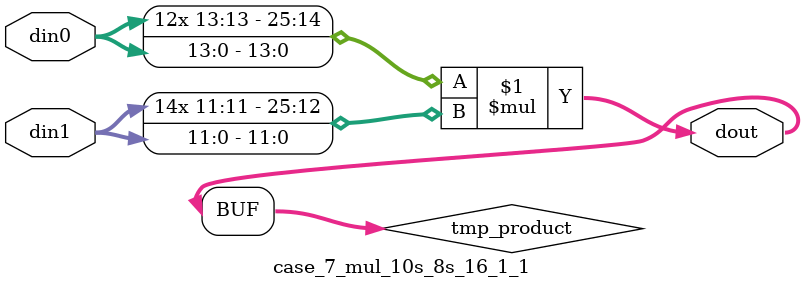
<source format=v>

`timescale 1 ns / 1 ps

 module case_7_mul_10s_8s_16_1_1(din0, din1, dout);
parameter ID = 1;
parameter NUM_STAGE = 0;
parameter din0_WIDTH = 14;
parameter din1_WIDTH = 12;
parameter dout_WIDTH = 26;

input [din0_WIDTH - 1 : 0] din0; 
input [din1_WIDTH - 1 : 0] din1; 
output [dout_WIDTH - 1 : 0] dout;

wire signed [dout_WIDTH - 1 : 0] tmp_product;



























assign tmp_product = $signed(din0) * $signed(din1);








assign dout = tmp_product;





















endmodule

</source>
